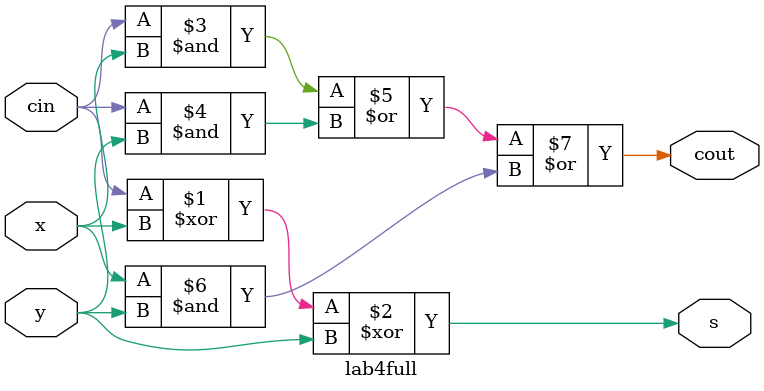
<source format=v>
module lab4full(x,y,cin,s,cout);
input x,y,cin;
output s,cout;
assign s = cin^x^y;
assign cout=cin&x | cin&y | x&y;
endmodule

</source>
